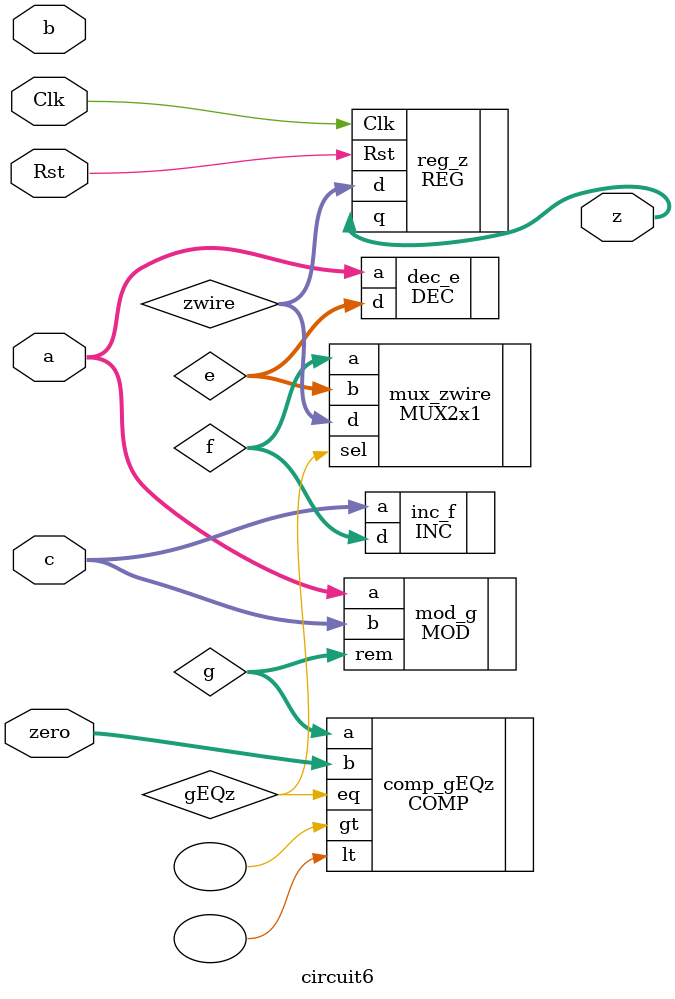
<source format=v>
`timescale 1ns / 1ps


module circuit6(
    input  Clk,              // Clock input
    input  Rst,              // Reset input
    input  [63:0] a, b, c, zero, // 64-bit inputs
    output  [63:0] z         // 64-bit output
);

// Intermediate wires for computations
wire [63:0] e, f, g, zwire;
wire gEQz;

// Arithmetic and logic operations using provided components
DEC #(64) dec_e(.a(a), .d(e));          // e = a - 1
INC #(64) inc_f(.a(c), .d(f));          // f = c + 1
MOD #(64) mod_g(.a(a), .b(c), .rem(g)); // g = a % c

// Comparison to check if g equals zero
COMP #(64) comp_gEQz(.a(g), .b(zero), .gt(), .lt(), .eq(gEQz));

// MUX to select e or f based on gEQz
MUX2x1 #(64) mux_zwire(.a(f), .b(e), .sel(gEQz), .d(zwire));

// Register zwire into z
REG #(64) reg_z(.Clk(Clk), .Rst(Rst), .d(zwire), .q(z));

endmodule


</source>
